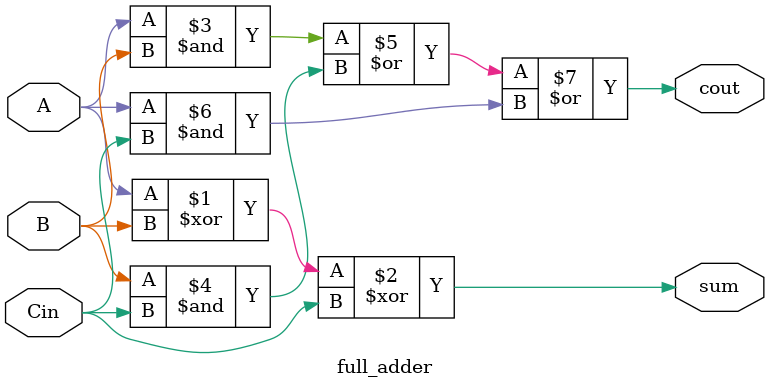
<source format=v>
`timescale 1ns / 1ps
module full_adder(
    input wire A,
    input wire B,
    input wire Cin,
    output wire sum,
    output wire cout
    );
    
    assign sum = A ^ B ^ Cin;
    assign cout = (A & B) | (B & Cin) | (A & Cin);
    
endmodule

</source>
